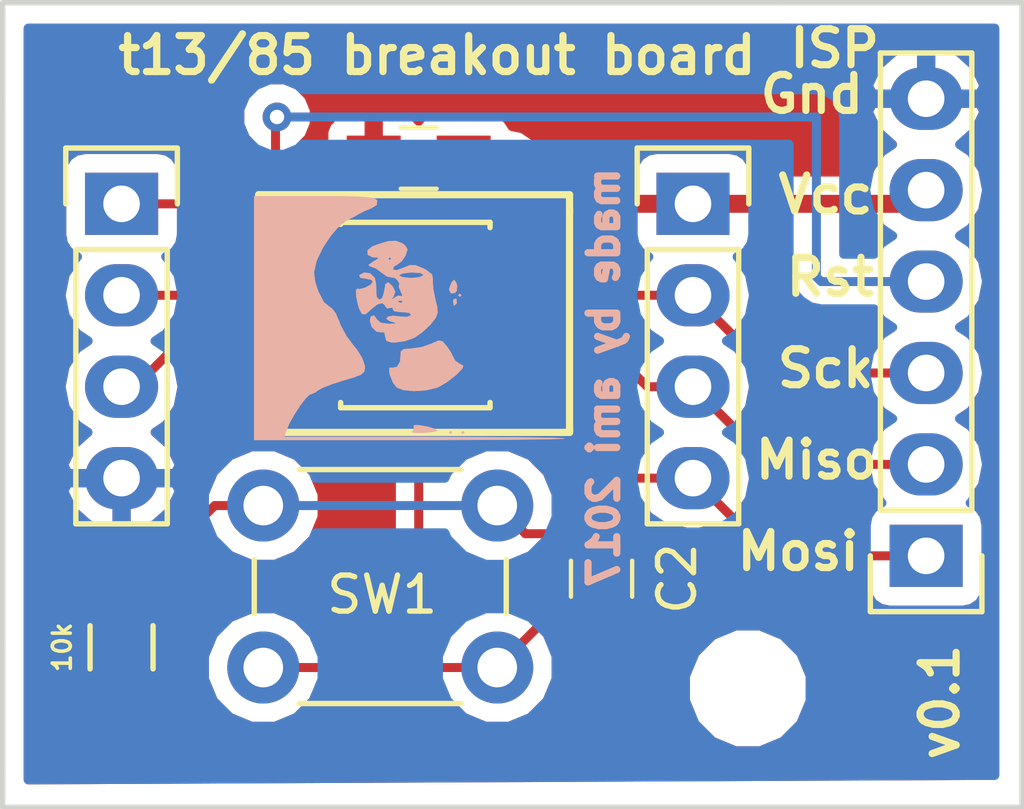
<source format=kicad_pcb>
(kicad_pcb (version 20170123) (host pcbnew no-vcs-found-7545~57~ubuntu16.04.1)

  (general
    (links 23)
    (no_connects 0)
    (area 119.558999 83.490999 148.030001 105.993001)
    (thickness 1.6)
    (drawings 27)
    (tracks 55)
    (zones 0)
    (modules 10)
    (nets 10)
  )

  (page A4)
  (title_block
    (title "attiny13a breakout board")
    (date 2017-01-29)
    (rev 0.1)
    (company "Amitesh Singh")
  )

  (layers
    (0 F.Cu signal)
    (31 B.Cu signal)
    (32 B.Adhes user)
    (33 F.Adhes user)
    (34 B.Paste user)
    (35 F.Paste user)
    (36 B.SilkS user)
    (37 F.SilkS user)
    (38 B.Mask user)
    (39 F.Mask user)
    (40 Dwgs.User user)
    (41 Cmts.User user)
    (42 Eco1.User user)
    (43 Eco2.User user)
    (44 Edge.Cuts user)
    (45 Margin user)
    (46 B.CrtYd user)
    (47 F.CrtYd user)
    (48 B.Fab user)
    (49 F.Fab user)
  )

  (setup
    (last_trace_width 0.25)
    (trace_clearance 0.2)
    (zone_clearance 0.508)
    (zone_45_only no)
    (trace_min 0.2)
    (segment_width 0.2)
    (edge_width 0.15)
    (via_size 0.8)
    (via_drill 0.4)
    (via_min_size 0.4)
    (via_min_drill 0.3)
    (uvia_size 0.3)
    (uvia_drill 0.1)
    (uvias_allowed no)
    (uvia_min_size 0.2)
    (uvia_min_drill 0.1)
    (pcb_text_width 0.3)
    (pcb_text_size 1.5 1.5)
    (mod_edge_width 0.15)
    (mod_text_size 1 1)
    (mod_text_width 0.15)
    (pad_size 2.2 2.2)
    (pad_drill 2.2)
    (pad_to_mask_clearance 0.2)
    (aux_axis_origin 0 0)
    (visible_elements 7FFFFFFF)
    (pcbplotparams
      (layerselection 0x010f0_ffffffff)
      (usegerberextensions true)
      (excludeedgelayer true)
      (linewidth 0.100000)
      (plotframeref false)
      (viasonmask false)
      (mode 1)
      (useauxorigin false)
      (hpglpennumber 1)
      (hpglpenspeed 20)
      (hpglpendiameter 15)
      (psnegative false)
      (psa4output false)
      (plotreference true)
      (plotvalue true)
      (plotinvisibletext false)
      (padsonsilk false)
      (subtractmaskfromsilk false)
      (outputformat 1)
      (mirror false)
      (drillshape 0)
      (scaleselection 1)
      (outputdirectory gerber/))
  )

  (net 0 "")
  (net 1 GND)
  (net 2 VCC)
  (net 3 /pb0)
  (net 4 /pb1)
  (net 5 /pb2)
  (net 6 /rst)
  (net 7 /pb3)
  (net 8 /pb4)
  (net 9 "Net-(C2-Pad1)")

  (net_class Default "This is the default net class."
    (clearance 0.2)
    (trace_width 0.25)
    (via_dia 0.8)
    (via_drill 0.4)
    (uvia_dia 0.3)
    (uvia_drill 0.1)
    (add_net /pb0)
    (add_net /pb1)
    (add_net /pb2)
    (add_net /pb3)
    (add_net /pb4)
    (add_net /rst)
    (add_net "Net-(C2-Pad1)")
  )

  (net_class power ""
    (clearance 0.4)
    (trace_width 0.5)
    (via_dia 0.8)
    (via_drill 0.4)
    (uvia_dia 0.3)
    (uvia_drill 0.1)
    (add_net GND)
    (add_net VCC)
  )

  (module Buttons_Switches_ThroughHole:SW_PUSH_6mm (layer F.Cu) (tedit 588E276E) (tstamp 588DE36F)
    (at 126.873 97.536)
    (descr https://www.omron.com/ecb/products/pdf/en-b3f.pdf)
    (tags "tact sw push 6mm")
    (path /588DE1C6)
    (fp_text reference SW1 (at 3.302 2.4765) (layer F.SilkS)
      (effects (font (size 1 1) (thickness 0.15)))
    )
    (fp_text value SWITCH (at 3.75 6.7) (layer F.Fab)
      (effects (font (size 1 1) (thickness 0.15)))
    )
    (fp_line (start 3.25 -0.75) (end 6.25 -0.75) (layer F.Fab) (width 0.1))
    (fp_line (start 6.25 -0.75) (end 6.25 5.25) (layer F.Fab) (width 0.1))
    (fp_line (start 6.25 5.25) (end 0.25 5.25) (layer F.Fab) (width 0.1))
    (fp_line (start 0.25 5.25) (end 0.25 -0.75) (layer F.Fab) (width 0.1))
    (fp_line (start 0.25 -0.75) (end 3.25 -0.75) (layer F.Fab) (width 0.1))
    (fp_line (start 7.75 6) (end 8 6) (layer F.CrtYd) (width 0.05))
    (fp_line (start 8 6) (end 8 5.75) (layer F.CrtYd) (width 0.05))
    (fp_line (start 7.75 -1.5) (end 8 -1.5) (layer F.CrtYd) (width 0.05))
    (fp_line (start 8 -1.5) (end 8 -1.25) (layer F.CrtYd) (width 0.05))
    (fp_line (start -1.5 -1.25) (end -1.5 -1.5) (layer F.CrtYd) (width 0.05))
    (fp_line (start -1.5 -1.5) (end -1.25 -1.5) (layer F.CrtYd) (width 0.05))
    (fp_line (start -1.5 5.75) (end -1.5 6) (layer F.CrtYd) (width 0.05))
    (fp_line (start -1.5 6) (end -1.25 6) (layer F.CrtYd) (width 0.05))
    (fp_line (start -1.25 -1.5) (end 7.75 -1.5) (layer F.CrtYd) (width 0.05))
    (fp_line (start -1.5 5.75) (end -1.5 -1.25) (layer F.CrtYd) (width 0.05))
    (fp_line (start 7.75 6) (end -1.25 6) (layer F.CrtYd) (width 0.05))
    (fp_line (start 8 -1.25) (end 8 5.75) (layer F.CrtYd) (width 0.05))
    (fp_line (start 1 5.5) (end 5.5 5.5) (layer F.SilkS) (width 0.15))
    (fp_line (start -0.25 1.5) (end -0.25 3) (layer F.SilkS) (width 0.15))
    (fp_line (start 5.5 -1) (end 1 -1) (layer F.SilkS) (width 0.15))
    (fp_line (start 6.75 3) (end 6.75 1.5) (layer F.SilkS) (width 0.15))
    (fp_circle (center 3.25 2.25) (end 1.25 2.5) (layer F.Fab) (width 0.1))
    (pad 2 thru_hole circle (at 0 4.5 90) (size 2 2) (drill 1.1) (layers *.Cu *.Mask)
      (net 6 /rst))
    (pad 1 thru_hole circle (at 0 0 90) (size 2 2) (drill 1.1) (layers *.Cu *.Mask)
      (net 9 "Net-(C2-Pad1)"))
    (pad 2 thru_hole circle (at 6.5 4.5 90) (size 2 2) (drill 1.1) (layers *.Cu *.Mask)
      (net 6 /rst))
    (pad 1 thru_hole circle (at 6.5 0 90) (size 2 2) (drill 1.1) (layers *.Cu *.Mask)
      (net 9 "Net-(C2-Pad1)"))
    (model Buttons_Switches_ThroughHole.3dshapes/SW_PUSH_6mm.wrl
      (at (xyz 0.005 0 0))
      (scale (xyz 0.3937 0.3937 0.3937))
      (rotate (xyz 0 0 0))
    )
  )

  (module Housings_SOIC:SOIC-8_3.9x4.9mm_Pitch1.27mm (layer F.Cu) (tedit 588DE56C) (tstamp 588CFC84)
    (at 131.098143 92.2435)
    (descr "8-Lead Plastic Small Outline (SN) - Narrow, 3.90 mm Body [SOIC] (see Microchip Packaging Specification 00000049BS.pdf)")
    (tags "SOIC 1.27")
    (path /588CF45A)
    (attr smd)
    (fp_text reference U1 (at 0 -3.5) (layer F.SilkS)
      (effects (font (size 1 1) (thickness 0.15)) hide)
    )
    (fp_text value ATTINY13A-SSU (at -3.844143 0.0855 90) (layer F.SilkS)
      (effects (font (size 0.5 0.5) (thickness 0.1) italic))
    )
    (fp_line (start -2.075 -2.525) (end -3.475 -2.525) (layer F.SilkS) (width 0.15))
    (fp_line (start -2.075 2.575) (end 2.075 2.575) (layer F.SilkS) (width 0.15))
    (fp_line (start -2.075 -2.575) (end 2.075 -2.575) (layer F.SilkS) (width 0.15))
    (fp_line (start -2.075 2.575) (end -2.075 2.43) (layer F.SilkS) (width 0.15))
    (fp_line (start 2.075 2.575) (end 2.075 2.43) (layer F.SilkS) (width 0.15))
    (fp_line (start 2.075 -2.575) (end 2.075 -2.43) (layer F.SilkS) (width 0.15))
    (fp_line (start -2.075 -2.575) (end -2.075 -2.525) (layer F.SilkS) (width 0.15))
    (fp_line (start -3.75 2.75) (end 3.75 2.75) (layer F.CrtYd) (width 0.05))
    (fp_line (start -3.75 -2.75) (end 3.75 -2.75) (layer F.CrtYd) (width 0.05))
    (fp_line (start 3.75 -2.75) (end 3.75 2.75) (layer F.CrtYd) (width 0.05))
    (fp_line (start -3.75 -2.75) (end -3.75 2.75) (layer F.CrtYd) (width 0.05))
    (fp_line (start -1.95 -1.45) (end -0.95 -2.45) (layer F.Fab) (width 0.15))
    (fp_line (start -1.95 2.45) (end -1.95 -1.45) (layer F.Fab) (width 0.15))
    (fp_line (start 1.95 2.45) (end -1.95 2.45) (layer F.Fab) (width 0.15))
    (fp_line (start 1.95 -2.45) (end 1.95 2.45) (layer F.Fab) (width 0.15))
    (fp_line (start -0.95 -2.45) (end 1.95 -2.45) (layer F.Fab) (width 0.15))
    (pad 8 smd rect (at 2.7 -1.905) (size 1.55 0.6) (layers F.Cu F.Paste F.Mask)
      (net 2 VCC))
    (pad 7 smd rect (at 2.7 -0.635) (size 1.55 0.6) (layers F.Cu F.Paste F.Mask)
      (net 5 /pb2))
    (pad 6 smd rect (at 2.7 0.635) (size 1.55 0.6) (layers F.Cu F.Paste F.Mask)
      (net 4 /pb1))
    (pad 5 smd rect (at 2.7 1.905) (size 1.55 0.6) (layers F.Cu F.Paste F.Mask)
      (net 3 /pb0))
    (pad 4 smd rect (at -2.7 1.905) (size 1.55 0.6) (layers F.Cu F.Paste F.Mask)
      (net 1 GND))
    (pad 3 smd rect (at -2.7 0.635) (size 1.55 0.6) (layers F.Cu F.Paste F.Mask)
      (net 8 /pb4))
    (pad 2 smd rect (at -2.7 -0.635) (size 1.55 0.6) (layers F.Cu F.Paste F.Mask)
      (net 7 /pb3))
    (pad 1 smd rect (at -2.7 -1.905) (size 1.55 0.6) (layers F.Cu F.Paste F.Mask)
      (net 6 /rst))
    (model Housings_SOIC.3dshapes/SOIC-8_3.9x4.9mm_Pitch1.27mm.wrl
      (at (xyz 0 0 0))
      (scale (xyz 1 1 1))
      (rotate (xyz 0 0 0))
    )
  )

  (module Capacitors_SMD:C_0805_HandSoldering (layer F.Cu) (tedit 588D0812) (tstamp 588CFC5E)
    (at 131.191 87.884 180)
    (descr "Capacitor SMD 0805, hand soldering")
    (tags "capacitor 0805")
    (path /588CF848)
    (attr smd)
    (fp_text reference C1 (at -3.556 0 180) (layer F.SilkS)
      (effects (font (size 1 1) (thickness 0.15)) hide)
    )
    (fp_text value C (at 0 2.1 180) (layer F.Fab)
      (effects (font (size 1 1) (thickness 0.15)) hide)
    )
    (fp_line (start -0.5 0.85) (end 0.5 0.85) (layer F.SilkS) (width 0.12))
    (fp_line (start 0.5 -0.85) (end -0.5 -0.85) (layer F.SilkS) (width 0.12))
    (fp_line (start 2.3 -1) (end 2.3 1) (layer F.CrtYd) (width 0.05))
    (fp_line (start -2.3 -1) (end -2.3 1) (layer F.CrtYd) (width 0.05))
    (fp_line (start -2.3 1) (end 2.3 1) (layer F.CrtYd) (width 0.05))
    (fp_line (start -2.3 -1) (end 2.3 -1) (layer F.CrtYd) (width 0.05))
    (fp_line (start -1 -0.625) (end 1 -0.625) (layer F.Fab) (width 0.1))
    (fp_line (start 1 -0.625) (end 1 0.625) (layer F.Fab) (width 0.1))
    (fp_line (start 1 0.625) (end -1 0.625) (layer F.Fab) (width 0.1))
    (fp_line (start -1 0.625) (end -1 -0.625) (layer F.Fab) (width 0.1))
    (pad 2 smd rect (at 1.25 0 180) (size 1.5 1.25) (layers F.Cu F.Paste F.Mask)
      (net 1 GND))
    (pad 1 smd rect (at -1.25 0 180) (size 1.5 1.25) (layers F.Cu F.Paste F.Mask)
      (net 2 VCC))
    (model Capacitors_SMD.3dshapes/C_0805_HandSoldering.wrl
      (at (xyz 0 0 0))
      (scale (xyz 1 1 1))
      (rotate (xyz 0 0 0))
    )
  )

  (module Socket_Strips:Socket_Strip_Straight_1x04 (layer F.Cu) (tedit 588E2C13) (tstamp 588CFC66)
    (at 138.811 89.154 270)
    (descr "Through hole socket strip")
    (tags "socket strip")
    (path /588CF4EE)
    (fp_text reference P1 (at -4.572 -6.604 180) (layer F.SilkS)
      (effects (font (size 1 1) (thickness 0.15)) hide)
    )
    (fp_text value CONN_01X04 (at -1.905 2.413) (layer F.Fab)
      (effects (font (size 1 1) (thickness 0.15)) hide)
    )
    (fp_line (start -1.55 -1.55) (end -1.55 1.55) (layer F.SilkS) (width 0.15))
    (fp_line (start 0 -1.55) (end -1.55 -1.55) (layer F.SilkS) (width 0.15))
    (fp_line (start 1.27 1.27) (end 1.27 -1.27) (layer F.SilkS) (width 0.15))
    (fp_line (start 8.89 -1.27) (end 8.89 1.27) (layer F.SilkS) (width 0.15))
    (fp_line (start -1.55 1.55) (end 0 1.55) (layer F.SilkS) (width 0.15))
    (fp_line (start 1.27 1.27) (end 8.89 1.27) (layer F.SilkS) (width 0.15))
    (fp_line (start 1.27 -1.27) (end 8.89 -1.27) (layer F.SilkS) (width 0.15))
    (fp_line (start -1.75 1.75) (end 9.4 1.75) (layer F.CrtYd) (width 0.05))
    (fp_line (start -1.75 -1.75) (end 9.4 -1.75) (layer F.CrtYd) (width 0.05))
    (fp_line (start 9.4 -1.75) (end 9.4 1.75) (layer F.CrtYd) (width 0.05))
    (fp_line (start -1.75 -1.75) (end -1.75 1.75) (layer F.CrtYd) (width 0.05))
    (pad 4 thru_hole oval (at 7.62 0 270) (size 1.7272 2.032) (drill 1.016) (layers *.Cu *.Mask)
      (net 3 /pb0))
    (pad 3 thru_hole oval (at 5.08 0 270) (size 1.7272 2.032) (drill 1.016) (layers *.Cu *.Mask)
      (net 4 /pb1))
    (pad 2 thru_hole oval (at 2.54 0 270) (size 1.7272 2.032) (drill 1.016) (layers *.Cu *.Mask)
      (net 5 /pb2))
    (pad 1 thru_hole rect (at 0 0 270) (size 1.7272 2.032) (drill 1.016) (layers *.Cu *.Mask)
      (net 2 VCC))
    (model Socket_Strips.3dshapes/Socket_Strip_Straight_1x04.wrl
      (at (xyz 0.15 0 0))
      (scale (xyz 1 1 1))
      (rotate (xyz 0 0 180))
    )
  )

  (module Socket_Strips:Socket_Strip_Straight_1x04 (layer F.Cu) (tedit 588D07F3) (tstamp 588CFC6E)
    (at 122.936 89.154 270)
    (descr "Through hole socket strip")
    (tags "socket strip")
    (path /588CF56F)
    (fp_text reference P2 (at 0 -5.1 270) (layer F.SilkS)
      (effects (font (size 1 1) (thickness 0.15)) hide)
    )
    (fp_text value CONN_01X04 (at -3.048 -2.667) (layer F.Fab)
      (effects (font (size 1 1) (thickness 0.15)) hide)
    )
    (fp_line (start -1.75 -1.75) (end -1.75 1.75) (layer F.CrtYd) (width 0.05))
    (fp_line (start 9.4 -1.75) (end 9.4 1.75) (layer F.CrtYd) (width 0.05))
    (fp_line (start -1.75 -1.75) (end 9.4 -1.75) (layer F.CrtYd) (width 0.05))
    (fp_line (start -1.75 1.75) (end 9.4 1.75) (layer F.CrtYd) (width 0.05))
    (fp_line (start 1.27 -1.27) (end 8.89 -1.27) (layer F.SilkS) (width 0.15))
    (fp_line (start 1.27 1.27) (end 8.89 1.27) (layer F.SilkS) (width 0.15))
    (fp_line (start -1.55 1.55) (end 0 1.55) (layer F.SilkS) (width 0.15))
    (fp_line (start 8.89 -1.27) (end 8.89 1.27) (layer F.SilkS) (width 0.15))
    (fp_line (start 1.27 1.27) (end 1.27 -1.27) (layer F.SilkS) (width 0.15))
    (fp_line (start 0 -1.55) (end -1.55 -1.55) (layer F.SilkS) (width 0.15))
    (fp_line (start -1.55 -1.55) (end -1.55 1.55) (layer F.SilkS) (width 0.15))
    (pad 1 thru_hole rect (at 0 0 270) (size 1.7272 2.032) (drill 1.016) (layers *.Cu *.Mask)
      (net 6 /rst))
    (pad 2 thru_hole oval (at 2.54 0 270) (size 1.7272 2.032) (drill 1.016) (layers *.Cu *.Mask)
      (net 7 /pb3))
    (pad 3 thru_hole oval (at 5.08 0 270) (size 1.7272 2.032) (drill 1.016) (layers *.Cu *.Mask)
      (net 8 /pb4))
    (pad 4 thru_hole oval (at 7.62 0 270) (size 1.7272 2.032) (drill 1.016) (layers *.Cu *.Mask)
      (net 1 GND))
    (model Socket_Strips.3dshapes/Socket_Strip_Straight_1x04.wrl
      (at (xyz 0.15 0 0))
      (scale (xyz 1 1 1))
      (rotate (xyz 0 0 180))
    )
  )

  (module Socket_Strips:Socket_Strip_Straight_1x06 (layer F.Cu) (tedit 588E326E) (tstamp 588CFC78)
    (at 145.288 98.933 90)
    (descr "Through hole socket strip")
    (tags "socket strip")
    (path /588D05F2)
    (fp_text reference P3 (at 0 -6.604 180) (layer F.SilkS)
      (effects (font (size 1 1) (thickness 0.15)) hide)
    )
    (fp_text value CONN_01X06 (at 4.445 2.032 90) (layer F.Fab)
      (effects (font (size 1 1) (thickness 0.15)) hide)
    )
    (fp_line (start -1.55 -1.55) (end -1.55 1.55) (layer F.SilkS) (width 0.15))
    (fp_line (start 0 -1.55) (end -1.55 -1.55) (layer F.SilkS) (width 0.15))
    (fp_line (start 1.27 1.27) (end 1.27 -1.27) (layer F.SilkS) (width 0.15))
    (fp_line (start -1.55 1.55) (end 0 1.55) (layer F.SilkS) (width 0.15))
    (fp_line (start 13.97 -1.27) (end 1.27 -1.27) (layer F.SilkS) (width 0.15))
    (fp_line (start 13.97 1.27) (end 13.97 -1.27) (layer F.SilkS) (width 0.15))
    (fp_line (start 1.27 1.27) (end 13.97 1.27) (layer F.SilkS) (width 0.15))
    (fp_line (start -1.75 1.75) (end 14.45 1.75) (layer F.CrtYd) (width 0.05))
    (fp_line (start -1.75 -1.75) (end 14.45 -1.75) (layer F.CrtYd) (width 0.05))
    (fp_line (start 14.45 -1.75) (end 14.45 1.75) (layer F.CrtYd) (width 0.05))
    (fp_line (start -1.75 -1.75) (end -1.75 1.75) (layer F.CrtYd) (width 0.05))
    (pad 6 thru_hole oval (at 12.7 0 90) (size 1.7272 2.032) (drill 1.016) (layers *.Cu *.Mask)
      (net 1 GND))
    (pad 5 thru_hole oval (at 10.16 0 90) (size 1.7272 2.032) (drill 1.016) (layers *.Cu *.Mask)
      (net 2 VCC))
    (pad 4 thru_hole oval (at 7.62 0 90) (size 1.7272 2.032) (drill 1.016) (layers *.Cu *.Mask)
      (net 6 /rst))
    (pad 3 thru_hole oval (at 5.08 0 90) (size 1.7272 2.032) (drill 1.016) (layers *.Cu *.Mask)
      (net 5 /pb2))
    (pad 2 thru_hole oval (at 2.54 0 90) (size 1.7272 2.032) (drill 1.016) (layers *.Cu *.Mask)
      (net 4 /pb1))
    (pad 1 thru_hole rect (at 0 0 90) (size 1.7272 2.032) (drill 1.016) (layers *.Cu *.Mask)
      (net 3 /pb0))
    (model Socket_Strips.3dshapes/Socket_Strip_Straight_1x06.wrl
      (at (xyz 0.25 0 0))
      (scale (xyz 1 1 1))
      (rotate (xyz 0 0 180))
    )
  )

  (module led2layer:superme (layer B.Cu) (tedit 588E2322) (tstamp 588D0248)
    (at 130.937 92.329 180)
    (fp_text reference G*** (at 0 0 180) (layer B.SilkS)
      (effects (font (thickness 0.3)) (justify mirror) hide)
    )
    (fp_text value "made by ami 2017" (at -5.3975 -1.651 270) (layer B.SilkS)
      (effects (font (size 0.8 0.8) (thickness 0.2)) (justify mirror))
    )
    (fp_poly (pts (xy -1.174848 1.001932) (xy -1.108553 0.835263) (xy -1.101964 0.783166) (xy -1.154454 0.687075)
      (xy -1.261268 0.703585) (xy -1.307612 0.754359) (xy -1.321651 0.891512) (xy -1.300826 0.973125)
      (xy -1.241858 1.063868) (xy -1.174848 1.001932)) (layer B.SilkS) (width 0.01))
    (fp_poly (pts (xy -1.354667 0.635) (xy -1.397 0.592666) (xy -1.439334 0.635) (xy -1.397 0.677333)
      (xy -1.354667 0.635)) (layer B.SilkS) (width 0.01))
    (fp_poly (pts (xy -1.222468 0.515682) (xy -1.213556 0.461942) (xy -1.232025 0.346905) (xy -1.293325 0.393625)
      (xy -1.308718 0.417483) (xy -1.304455 0.524221) (xy -1.285493 0.540758) (xy -1.222468 0.515682)) (layer B.SilkS) (width 0.01))
    (fp_poly (pts (xy 0.599715 2.134372) (xy 0.911081 2.038929) (xy 1.037166 1.989426) (xy 1.167461 1.881387)
      (xy 1.162036 1.761872) (xy 1.029634 1.692658) (xy 0.994833 1.690333) (xy 0.868566 1.682959)
      (xy 0.880286 1.647657) (xy 1.016 1.566333) (xy 1.137143 1.47808) (xy 1.103782 1.442679)
      (xy 1.095464 1.442333) (xy 0.94105 1.385676) (xy 0.776868 1.26568) (xy 0.623349 1.156396)
      (xy 0.516497 1.137748) (xy 0.409623 1.120328) (xy 0.337892 1.057401) (xy 0.276273 0.955299)
      (xy 0.288945 0.931333) (xy 0.297454 0.868359) (xy 0.24551 0.740833) (xy 0.194676 0.622351)
      (xy 0.213574 0.613099) (xy 0.325194 0.619887) (xy 0.415543 0.570765) (xy 0.505205 0.50776)
      (xy 0.476141 0.560746) (xy 0.4515 0.592907) (xy 0.398848 0.731912) (xy 0.471792 0.883059)
      (xy 0.591547 0.994178) (xy 0.669689 0.941895) (xy 0.707091 0.725624) (xy 0.707114 0.725223)
      (xy 0.75408 0.563375) (xy 0.831881 0.50806) (xy 0.913935 0.581838) (xy 0.925563 0.740833)
      (xy 0.934117 0.971933) (xy 0.970574 1.121833) (xy 1.09131 1.239379) (xy 1.260868 1.266013)
      (xy 1.394579 1.189125) (xy 1.397 1.185333) (xy 1.367024 1.122551) (xy 1.232663 1.100666)
      (xy 1.071188 1.071386) (xy 1.016 1.013272) (xy 1.085663 0.923804) (xy 1.239987 0.84161)
      (xy 1.396976 0.803943) (xy 1.45309 0.814692) (xy 1.487392 0.774007) (xy 1.481946 0.620595)
      (xy 1.441314 0.40516) (xy 1.404521 0.275166) (xy 1.325172 0.117043) (xy 1.219304 0.110291)
      (xy 1.059049 0.253209) (xy 1.058333 0.254) (xy 0.896313 0.383263) (xy 0.75405 0.420317)
      (xy 0.679782 0.355588) (xy 0.677333 0.329608) (xy 0.615403 0.273913) (xy 0.545935 0.286305)
      (xy 0.458536 0.292222) (xy 0.466266 0.25303) (xy 0.429348 0.196794) (xy 0.25794 0.170137)
      (xy 0.211666 0.169333) (xy 0.009146 0.148731) (xy -0.044548 0.090596) (xy -0.03927 0.07971)
      (xy 0.077479 0.030202) (xy 0.259994 0.04365) (xy 0.461311 0.06376) (xy 0.600186 0.038595)
      (xy 0.644412 -0.013937) (xy 0.561786 -0.075929) (xy 0.507146 -0.093778) (xy 0.381749 -0.13362)
      (xy 0.403153 -0.152254) (xy 0.574157 -0.160894) (xy 0.804189 -0.128672) (xy 0.900715 -0.042334)
      (xy 0.991026 0.075065) (xy 1.075142 0.043102) (xy 1.100666 -0.0743) (xy 1.047241 -0.246943)
      (xy 0.924174 -0.370553) (xy 0.787281 -0.393643) (xy 0.765708 -0.383292) (xy 0.695404 -0.40585)
      (xy 0.677333 -0.503003) (xy 0.643188 -0.626095) (xy 0.510212 -0.672918) (xy 0.402166 -0.676812)
      (xy 0.121918 -0.635573) (xy -0.127 -0.546757) (xy -0.353951 -0.391646) (xy -0.576503 -0.181687)
      (xy -0.602339 -0.151756) (xy -0.731681 0.017739) (xy -0.780609 0.157721) (xy -0.761236 0.340022)
      (xy -0.726476 0.479778) (xy 0.197555 0.479778) (xy 0.209177 0.429443) (xy 0.254 0.423333)
      (xy 0.32369 0.454311) (xy 0.310444 0.479778) (xy 0.209964 0.489911) (xy 0.197555 0.479778)
      (xy -0.726476 0.479778) (xy -0.715968 0.522022) (xy -0.660159 0.792024) (xy -0.640938 1.01317)
      (xy -0.64793 1.082036) (xy -0.62543 1.204114) (xy -0.386331 1.204114) (xy -0.381486 1.186119)
      (xy -0.270983 1.135403) (xy -0.061435 1.114251) (xy 0.001014 1.115195) (xy 0.198078 1.138974)
      (xy 0.289154 1.182671) (xy 0.287839 1.199076) (xy 0.182833 1.244031) (xy -0.02455 1.268502)
      (xy -0.094661 1.27) (xy -0.305222 1.252056) (xy -0.386331 1.204114) (xy -0.62543 1.204114)
      (xy -0.623635 1.21385) (xy -0.460956 1.339383) (xy -0.382569 1.379201) (xy -0.167508 1.467551)
      (xy -0.013347 1.473249) (xy 0.165174 1.399149) (xy 0.168093 1.397641) (xy 0.35354 1.329977)
      (xy 0.459959 1.345811) (xy 0.462091 1.348881) (xy 0.436878 1.434438) (xy 0.361062 1.475443)
      (xy 0.215341 1.584564) (xy 0.170875 1.651) (xy 0.508 1.651) (xy 0.550333 1.608666)
      (xy 0.592666 1.651) (xy 0.550333 1.693333) (xy 0.508 1.651) (xy 0.170875 1.651)
      (xy 0.112621 1.738035) (xy 0.059154 1.907252) (xy 0.121908 2.017901) (xy 0.201843 2.075683)
      (xy 0.377058 2.145203) (xy 0.599715 2.134372)) (layer B.SilkS) (width 0.01))
    (fp_poly (pts (xy -0.638427 -0.696059) (xy -0.610657 -0.710364) (xy -0.333584 -0.806884) (xy -0.041216 -0.846667)
      (xy 0.165659 -0.864221) (xy 0.244082 -0.930096) (xy 0.246309 -0.994834) (xy 0.262332 -1.209076)
      (xy 0.348042 -1.354723) (xy 0.473778 -1.382126) (xy 0.476974 -1.380945) (xy 0.557863 -1.379531)
      (xy 0.562261 -1.490911) (xy 0.544479 -1.576791) (xy 0.458654 -1.791871) (xy 0.354662 -1.926167)
      (xy 0.162109 -1.999354) (xy -0.12816 -2.025034) (xy -0.45155 -2.003951) (xy -0.743462 -1.936849)
      (xy -0.804334 -1.912802) (xy -1.037774 -1.776617) (xy -1.27972 -1.589056) (xy -1.312334 -1.559029)
      (xy -1.462258 -1.403416) (xy -1.492103 -1.322867) (xy -1.422145 -1.288472) (xy -1.272339 -1.190234)
      (xy -1.230246 -1.116392) (xy -1.144008 -0.944686) (xy -1.028387 -0.773864) (xy -0.914312 -0.645319)
      (xy -0.808973 -0.623131) (xy -0.638427 -0.696059)) (layer B.SilkS) (width 0.01))
    (fp_poly (pts (xy -0.123116 -2.973568) (xy -0.112531 -3.02262) (xy -0.122531 -3.040769) (xy -0.10438 -3.132843)
      (xy -0.064028 -3.156069) (xy -0.075412 -3.175931) (xy -0.220909 -3.185308) (xy -0.359317 -3.184467)
      (xy -0.59383 -3.168927) (xy -0.738789 -3.140046) (xy -0.761484 -3.122084) (xy -0.688705 -3.071024)
      (xy -0.511422 -3.019125) (xy -0.497417 -3.01625) (xy -0.242246 -2.972044) (xy -0.123116 -2.973568)) (layer B.SilkS) (width 0.01))
    (fp_poly (pts (xy -1.100667 -3.175) (xy -1.143 -3.217334) (xy -1.185334 -3.175) (xy -1.143 -3.132667)
      (xy -1.100667 -3.175)) (layer B.SilkS) (width 0.01))
    (fp_poly (pts (xy -1.439334 -3.175) (xy -1.481667 -3.217334) (xy -1.524 -3.175) (xy -1.481667 -3.132667)
      (xy -1.439334 -3.175)) (layer B.SilkS) (width 0.01))
    (fp_poly (pts (xy 4.318 -3.386667) (xy -0.014112 -3.386667) (xy -0.85098 -3.385848) (xy -1.632976 -3.383496)
      (xy -2.344464 -3.37977) (xy -2.969807 -3.374827) (xy -3.493371 -3.368825) (xy -3.899518 -3.361923)
      (xy -4.172613 -3.354279) (xy -4.297021 -3.34605) (xy -4.302872 -3.343316) (xy -4.211925 -3.334447)
      (xy -3.968661 -3.326199) (xy -3.590095 -3.318758) (xy -3.093242 -3.312313) (xy -2.495118 -3.307049)
      (xy -1.812737 -3.303156) (xy -1.063115 -3.30082) (xy -0.388637 -3.300199) (xy 3.482246 -3.300432)
      (xy 3.426447 -3.124624) (xy 3.33836 -2.921254) (xy 3.19991 -2.674949) (xy 3.040775 -2.430322)
      (xy 2.890634 -2.231989) (xy 2.779164 -2.124563) (xy 2.755944 -2.116667) (xy 2.615922 -2.062118)
      (xy 2.553992 -2.012126) (xy 2.424906 -1.938697) (xy 2.181789 -1.842314) (xy 1.874531 -1.742508)
      (xy 1.838558 -1.732044) (xy 1.527171 -1.638355) (xy 1.346147 -1.564754) (xy 1.262095 -1.488226)
      (xy 1.241621 -1.385758) (xy 1.244432 -1.322552) (xy 1.311817 -1.119249) (xy 1.464825 -0.873366)
      (xy 1.556956 -0.76123) (xy 1.75631 -0.493924) (xy 1.914345 -0.201321) (xy 1.955278 -0.091535)
      (xy 2.051101 0.132736) (xy 2.165889 0.277111) (xy 2.200698 0.296132) (xy 2.379044 0.439029)
      (xy 2.538287 0.746089) (xy 2.622211 1.002439) (xy 2.656289 1.272941) (xy 2.5907 1.566551)
      (xy 2.564276 1.637439) (xy 2.402392 1.96713) (xy 2.189727 2.287811) (xy 1.962933 2.551272)
      (xy 1.758662 2.709306) (xy 1.744278 2.716) (xy 1.540879 2.817728) (xy 1.439333 2.878515)
      (xy 1.264743 2.970376) (xy 1.081117 3.04534) (xy 0.91349 3.145121) (xy 0.899675 3.256956)
      (xy 0.938361 3.301971) (xy 1.029329 3.335469) (xy 1.194012 3.359052) (xy 1.453843 3.374324)
      (xy 1.830254 3.382888) (xy 2.344679 3.386348) (xy 2.633725 3.386666) (xy 4.318 3.386666)
      (xy 4.318 -3.386667)) (layer B.SilkS) (width 0.01))
  )

  (module Resistors_SMD:R_0805_HandSoldering (layer F.Cu) (tedit 588E1134) (tstamp 588DE367)
    (at 122.936 101.473 90)
    (descr "Resistor SMD 0805, hand soldering")
    (tags "resistor 0805")
    (path /588DE3F1)
    (attr smd)
    (fp_text reference R1 (at 2.794 0 180) (layer F.SilkS)
      (effects (font (size 1 1) (thickness 0.15)) hide)
    )
    (fp_text value 10k (at 0 -1.651 90) (layer F.SilkS)
      (effects (font (size 0.5 0.5) (thickness 0.1)))
    )
    (fp_line (start -0.6 -0.875) (end 0.6 -0.875) (layer F.SilkS) (width 0.15))
    (fp_line (start 0.6 0.875) (end -0.6 0.875) (layer F.SilkS) (width 0.15))
    (fp_line (start 2.4 -1) (end 2.4 1) (layer F.CrtYd) (width 0.05))
    (fp_line (start -2.4 -1) (end -2.4 1) (layer F.CrtYd) (width 0.05))
    (fp_line (start -2.4 1) (end 2.4 1) (layer F.CrtYd) (width 0.05))
    (fp_line (start -2.4 -1) (end 2.4 -1) (layer F.CrtYd) (width 0.05))
    (fp_line (start -1 -0.625) (end 1 -0.625) (layer F.Fab) (width 0.1))
    (fp_line (start 1 -0.625) (end 1 0.625) (layer F.Fab) (width 0.1))
    (fp_line (start 1 0.625) (end -1 0.625) (layer F.Fab) (width 0.1))
    (fp_line (start -1 0.625) (end -1 -0.625) (layer F.Fab) (width 0.1))
    (pad 2 smd rect (at 1.35 0 90) (size 1.5 1.3) (layers F.Cu F.Paste F.Mask)
      (net 9 "Net-(C2-Pad1)"))
    (pad 1 smd rect (at -1.35 0 90) (size 1.5 1.3) (layers F.Cu F.Paste F.Mask)
      (net 1 GND))
    (model Resistors_SMD.3dshapes/R_0805_HandSoldering.wrl
      (at (xyz 0 0 0))
      (scale (xyz 1 1 1))
      (rotate (xyz 0 0 0))
    )
  )

  (module Capacitors_SMD:C_0805_HandSoldering (layer F.Cu) (tedit 588E32A3) (tstamp 588E0200)
    (at 136.271 99.568 270)
    (descr "Capacitor SMD 0805, hand soldering")
    (tags "capacitor 0805")
    (path /588E01B6)
    (attr smd)
    (fp_text reference C2 (at 0 -2.1 270) (layer F.SilkS)
      (effects (font (size 1 1) (thickness 0.15)))
    )
    (fp_text value C (at 0 2.1 270) (layer F.Fab)
      (effects (font (size 1 1) (thickness 0.15)) hide)
    )
    (fp_line (start -0.5 0.85) (end 0.5 0.85) (layer F.SilkS) (width 0.12))
    (fp_line (start 0.5 -0.85) (end -0.5 -0.85) (layer F.SilkS) (width 0.12))
    (fp_line (start 2.3 -1) (end 2.3 1) (layer F.CrtYd) (width 0.05))
    (fp_line (start -2.3 -1) (end -2.3 1) (layer F.CrtYd) (width 0.05))
    (fp_line (start -2.3 1) (end 2.3 1) (layer F.CrtYd) (width 0.05))
    (fp_line (start -2.3 -1) (end 2.3 -1) (layer F.CrtYd) (width 0.05))
    (fp_line (start -1 -0.625) (end 1 -0.625) (layer F.Fab) (width 0.1))
    (fp_line (start 1 -0.625) (end 1 0.625) (layer F.Fab) (width 0.1))
    (fp_line (start 1 0.625) (end -1 0.625) (layer F.Fab) (width 0.1))
    (fp_line (start -1 0.625) (end -1 -0.625) (layer F.Fab) (width 0.1))
    (pad 2 smd rect (at 1.25 0 270) (size 1.5 1.25) (layers F.Cu F.Paste F.Mask)
      (net 6 /rst))
    (pad 1 smd rect (at -1.25 0 270) (size 1.5 1.25) (layers F.Cu F.Paste F.Mask)
      (net 9 "Net-(C2-Pad1)"))
    (model Capacitors_SMD.3dshapes/C_0805_HandSoldering.wrl
      (at (xyz 0 0 0))
      (scale (xyz 1 1 1))
      (rotate (xyz 0 0 0))
    )
  )

  (module Mounting_Holes:MountingHole_2.2mm_M2 (layer F.Cu) (tedit 588E3298) (tstamp 58B4198A)
    (at 140.335 102.616)
    (descr "Mounting Hole 2.2mm, no annular, M2")
    (tags "mounting hole 2.2mm no annular m2")
    (fp_text reference REF** (at 0 -3.2) (layer F.SilkS)
      (effects (font (size 1 1) (thickness 0.15)) hide)
    )
    (fp_text value M2.2mm (at -2.286 -0.508 90) (layer F.Fab)
      (effects (font (size 1 1) (thickness 0.15)) hide)
    )
    (fp_circle (center 0 0) (end 2.45 0) (layer F.CrtYd) (width 0.05))
    (fp_circle (center 0 0) (end 2.2 0) (layer Cmts.User) (width 0.15))
    (pad "" np_thru_hole circle (at 0 0) (size 2.2 2.2) (drill 2.2) (layers *.Cu *.Mask))
  )

  (gr_line (start 147.955 105.918) (end 147.955 104.902) (angle 90) (layer Edge.Cuts) (width 0.15))
  (gr_line (start 119.634 105.918) (end 147.955 105.918) (angle 90) (layer Edge.Cuts) (width 0.15))
  (gr_line (start 119.634 104.902) (end 119.634 105.918) (angle 90) (layer Edge.Cuts) (width 0.15))
  (gr_text v0.1 (at 145.669 102.997 90) (layer F.SilkS)
    (effects (font (size 1 1) (thickness 0.2)))
  )
  (gr_line (start 147.955 83.566) (end 147.828 83.566) (angle 90) (layer Edge.Cuts) (width 0.15))
  (gr_line (start 147.955 104.902) (end 147.955 83.566) (angle 90) (layer Edge.Cuts) (width 0.15))
  (gr_line (start 119.634 101.346) (end 119.634 104.902) (angle 90) (layer Edge.Cuts) (width 0.15))
  (gr_text "t13/85 breakout board" (at 131.699 85.0265) (layer F.SilkS)
    (effects (font (size 1 1) (thickness 0.2)))
  )
  (gr_text Gnd (at 142.113 86.106) (layer F.SilkS) (tstamp 588DB8D6)
    (effects (font (size 1 1) (thickness 0.2)))
  )
  (gr_text Vcc (at 142.494 88.9) (layer F.SilkS) (tstamp 588DB8BD)
    (effects (font (size 1 1) (thickness 0.2)))
  )
  (gr_text Rst (at 142.621 91.186) (layer F.SilkS) (tstamp 588DB8B4)
    (effects (font (size 1 1) (thickness 0.2)))
  )
  (gr_text Sck (at 142.494 93.726) (layer F.SilkS) (tstamp 588DB8AF)
    (effects (font (size 1 1) (thickness 0.2)))
  )
  (gr_text Miso (at 142.24 96.266) (layer F.SilkS) (tstamp 588DB880)
    (effects (font (size 1 1) (thickness 0.2)))
  )
  (gr_text Mosi (at 141.732 98.806) (layer F.SilkS)
    (effects (font (size 1 1) (thickness 0.2)))
  )
  (gr_text ISP (at 142.748 84.836) (layer F.SilkS)
    (effects (font (size 1 1) (thickness 0.2)))
  )
  (gr_line (start 135.382 88.9) (end 135.382 89.408) (angle 90) (layer F.SilkS) (width 0.2))
  (gr_line (start 126.746 88.9) (end 135.382 88.9) (angle 90) (layer F.SilkS) (width 0.2))
  (gr_line (start 126.746 89.408) (end 126.746 88.9) (angle 90) (layer F.SilkS) (width 0.2))
  (gr_line (start 135.382 95.504) (end 135.382 95.377) (angle 90) (layer F.SilkS) (width 0.2))
  (gr_line (start 126.746 95.504) (end 135.382 95.504) (angle 90) (layer F.SilkS) (width 0.2))
  (gr_line (start 126.746 89.281) (end 126.746 89.408) (angle 90) (layer F.SilkS) (width 0.2))
  (gr_line (start 135.382 95.504) (end 135.382 89.281) (angle 90) (layer F.SilkS) (width 0.2))
  (gr_line (start 126.746 89.408) (end 126.746 95.504) (angle 90) (layer F.SilkS) (width 0.2))
  (gr_line (start 119.634 83.566) (end 141.224 83.566) (angle 90) (layer Edge.Cuts) (width 0.15))
  (gr_line (start 119.634 86.36) (end 119.634 83.566) (angle 90) (layer Edge.Cuts) (width 0.15))
  (gr_line (start 119.634 101.346) (end 119.634 86.36) (angle 90) (layer Edge.Cuts) (width 0.15))
  (gr_line (start 141.224 83.566) (end 147.828 83.566) (angle 90) (layer Edge.Cuts) (width 0.15))

  (segment (start 133.798143 89.213857) (end 133.798143 87.943857) (width 0.5) (layer F.Cu) (net 2))
  (segment (start 133.798143 87.943857) (end 133.738286 87.884) (width 0.5) (layer F.Cu) (net 2) (tstamp 588DB6A3))
  (segment (start 133.738286 87.884) (end 132.441 87.884) (width 0.5) (layer F.Cu) (net 2) (tstamp 588DB6A4))
  (segment (start 138.811 89.154) (end 144.907 89.154) (width 0.5) (layer F.Cu) (net 2))
  (segment (start 144.907 89.154) (end 145.288 88.773) (width 0.25) (layer F.Cu) (net 2) (tstamp 588DB517))
  (segment (start 138.811 89.154) (end 144.272 89.154) (width 0.25) (layer F.Cu) (net 2))
  (segment (start 138.811 89.154) (end 133.858 89.154) (width 0.5) (layer F.Cu) (net 2))
  (segment (start 133.858 89.154) (end 133.798143 89.213857) (width 0.5) (layer F.Cu) (net 2) (tstamp 588DB506))
  (segment (start 133.798143 89.213857) (end 133.798143 90.3385) (width 0.5) (layer F.Cu) (net 2) (tstamp 588DB50F))
  (segment (start 145.288 98.933) (end 140.97 98.933) (width 0.25) (layer F.Cu) (net 3))
  (segment (start 140.97 98.933) (end 138.811 96.774) (width 0.25) (layer F.Cu) (net 3) (tstamp 588CFE84))
  (segment (start 138.811 96.774) (end 136.423643 96.774) (width 0.25) (layer F.Cu) (net 3))
  (segment (start 136.423643 96.774) (end 133.798143 94.1485) (width 0.25) (layer F.Cu) (net 3) (tstamp 588CFE49))
  (segment (start 145.288 96.393) (end 140.97 96.393) (width 0.25) (layer F.Cu) (net 4))
  (segment (start 140.97 96.393) (end 138.811 94.234) (width 0.25) (layer F.Cu) (net 4) (tstamp 588CFE80))
  (segment (start 138.811 94.234) (end 137.541 94.234) (width 0.25) (layer F.Cu) (net 4))
  (segment (start 136.1855 92.8785) (end 133.798143 92.8785) (width 0.25) (layer F.Cu) (net 4) (tstamp 588CFE44))
  (segment (start 137.541 94.234) (end 136.1855 92.8785) (width 0.25) (layer F.Cu) (net 4) (tstamp 588CFE3D))
  (segment (start 145.288 93.853) (end 140.97 93.853) (width 0.25) (layer F.Cu) (net 5))
  (segment (start 140.97 93.853) (end 138.811 91.694) (width 0.25) (layer F.Cu) (net 5) (tstamp 588CFE78))
  (segment (start 138.811 91.694) (end 133.883643 91.694) (width 0.25) (layer F.Cu) (net 5))
  (segment (start 133.883643 91.694) (end 133.798143 91.6085) (width 0.25) (layer F.Cu) (net 5) (tstamp 588CFE24))
  (segment (start 145.288 91.313) (end 142.367 91.313) (width 0.25) (layer B.Cu) (net 6))
  (segment (start 127.213643 86.781357) (end 127.213643 89.154) (width 0.25) (layer F.Cu) (net 6) (tstamp 588CFF04))
  (segment (start 127.254 86.741) (end 127.213643 86.781357) (width 0.25) (layer F.Cu) (net 6) (tstamp 588CFF03))
  (via (at 127.254 86.741) (size 0.8) (drill 0.4) (layers F.Cu B.Cu) (net 6))
  (segment (start 128.016 86.741) (end 127.254 86.741) (width 0.25) (layer B.Cu) (net 6) (tstamp 588CFEEB))
  (segment (start 141.097 86.741) (end 128.016 86.741) (width 0.25) (layer B.Cu) (net 6) (tstamp 588CFEE8))
  (segment (start 142.24 86.741) (end 141.097 86.741) (width 0.25) (layer B.Cu) (net 6) (tstamp 588E2572))
  (segment (start 142.24 91.186) (end 142.24 86.741) (width 0.25) (layer B.Cu) (net 6) (tstamp 588E256F))
  (segment (start 142.367 91.313) (end 142.24 91.186) (width 0.25) (layer B.Cu) (net 6) (tstamp 588E2566))
  (segment (start 126.873 102.036) (end 131.1995 102.036) (width 0.25) (layer F.Cu) (net 6))
  (segment (start 131.1995 102.036) (end 131.318 101.9175) (width 0.25) (layer F.Cu) (net 6) (tstamp 588E140E))
  (segment (start 131.318 101.9175) (end 131.318 102.036) (width 0.25) (layer F.Cu) (net 6) (tstamp 588E1410))
  (segment (start 128.398143 90.3385) (end 131.086 90.3385) (width 0.25) (layer F.Cu) (net 6))
  (segment (start 131.086 90.3385) (end 131.191 90.4435) (width 0.25) (layer F.Cu) (net 6) (tstamp 588E13EE))
  (segment (start 131.191 90.4435) (end 131.191 102.0445) (width 0.25) (layer F.Cu) (net 6) (tstamp 588E13F7))
  (segment (start 131.191 102.0445) (end 131.1995 102.036) (width 0.25) (layer F.Cu) (net 6) (tstamp 588E1401))
  (segment (start 131.1995 102.036) (end 131.318 102.036) (width 0.25) (layer F.Cu) (net 6) (tstamp 588E1403))
  (segment (start 131.318 102.036) (end 133.373 102.036) (width 0.25) (layer F.Cu) (net 6) (tstamp 588E1411))
  (segment (start 126.873 102.036) (end 126.873 101.6) (width 0.25) (layer F.Cu) (net 6))
  (segment (start 136.271 100.818) (end 134.591 100.818) (width 0.25) (layer F.Cu) (net 6))
  (segment (start 134.591 100.818) (end 133.373 102.036) (width 0.25) (layer F.Cu) (net 6) (tstamp 588E111F))
  (segment (start 122.936 89.154) (end 127.213643 89.154) (width 0.25) (layer F.Cu) (net 6))
  (segment (start 127.213643 89.154) (end 128.398143 90.3385) (width 0.25) (layer F.Cu) (net 6) (tstamp 588CFE11))
  (segment (start 122.936 91.694) (end 128.312643 91.694) (width 0.25) (layer F.Cu) (net 7))
  (segment (start 128.312643 91.694) (end 128.398143 91.6085) (width 0.25) (layer F.Cu) (net 7) (tstamp 588CFE0D))
  (segment (start 122.936 94.234) (end 123.317 94.234) (width 0.25) (layer F.Cu) (net 8))
  (segment (start 123.317 94.234) (end 124.6725 92.8785) (width 0.25) (layer F.Cu) (net 8) (tstamp 588CFE00))
  (segment (start 124.6725 92.8785) (end 128.398143 92.8785) (width 0.25) (layer F.Cu) (net 8) (tstamp 588CFE07))
  (segment (start 126.873 97.536) (end 133.373 97.536) (width 0.25) (layer B.Cu) (net 9))
  (segment (start 136.271 98.318) (end 134.155 98.318) (width 0.25) (layer F.Cu) (net 9))
  (segment (start 134.155 98.318) (end 133.373 97.536) (width 0.25) (layer F.Cu) (net 9) (tstamp 588E1123))
  (segment (start 126.873 97.536) (end 125.523 97.536) (width 0.25) (layer F.Cu) (net 9))
  (segment (start 125.523 97.536) (end 122.936 100.123) (width 0.25) (layer F.Cu) (net 9) (tstamp 588E111A))

  (zone (net 1) (net_name GND) (layer F.Cu) (tstamp 58B419F8) (hatch edge 0.508)
    (connect_pads (clearance 0.508))
    (min_thickness 0.254)
    (fill yes (arc_segments 16) (thermal_gap 0.508) (thermal_bridge_width 0.508))
    (polygon
      (pts
        (xy 147.32 105.156) (xy 120.142 105.283) (xy 120.142 84.074) (xy 147.32 84.074)
      )
    )
    (filled_polygon
      (pts
        (xy 147.193 105.029592) (xy 120.344 105.155055) (xy 120.344 103.10875) (xy 121.651 103.10875) (xy 121.651 103.699309)
        (xy 121.747673 103.932698) (xy 121.926301 104.111327) (xy 122.15969 104.208) (xy 122.65025 104.208) (xy 122.809 104.04925)
        (xy 122.809 102.95) (xy 123.063 102.95) (xy 123.063 104.04925) (xy 123.22175 104.208) (xy 123.71231 104.208)
        (xy 123.945699 104.111327) (xy 124.124327 103.932698) (xy 124.221 103.699309) (xy 124.221 103.10875) (xy 124.06225 102.95)
        (xy 123.063 102.95) (xy 122.809 102.95) (xy 121.80975 102.95) (xy 121.651 103.10875) (xy 120.344 103.10875)
        (xy 120.344 99.373) (xy 121.63856 99.373) (xy 121.63856 100.873) (xy 121.687843 101.120765) (xy 121.828191 101.330809)
        (xy 122.038235 101.471157) (xy 122.066209 101.476721) (xy 121.926301 101.534673) (xy 121.747673 101.713302) (xy 121.651 101.946691)
        (xy 121.651 102.53725) (xy 121.80975 102.696) (xy 122.809 102.696) (xy 122.809 102.676) (xy 123.063 102.676)
        (xy 123.063 102.696) (xy 124.06225 102.696) (xy 124.221 102.53725) (xy 124.221 101.946691) (xy 124.124327 101.713302)
        (xy 123.945699 101.534673) (xy 123.805791 101.476721) (xy 123.833765 101.471157) (xy 124.043809 101.330809) (xy 124.184157 101.120765)
        (xy 124.23344 100.873) (xy 124.23344 99.900362) (xy 125.579401 98.554401) (xy 125.945637 98.921278) (xy 126.546352 99.170716)
        (xy 127.196795 99.171284) (xy 127.797943 98.922894) (xy 128.258278 98.463363) (xy 128.507716 97.862648) (xy 128.508284 97.212205)
        (xy 128.259894 96.611057) (xy 127.800363 96.150722) (xy 127.199648 95.901284) (xy 126.549205 95.900716) (xy 125.948057 96.149106)
        (xy 125.487722 96.608637) (xy 125.408794 96.798717) (xy 125.232161 96.833852) (xy 125.232159 96.833853) (xy 125.23216 96.833853)
        (xy 124.985599 96.998599) (xy 123.258638 98.72556) (xy 122.286 98.72556) (xy 122.038235 98.774843) (xy 121.828191 98.915191)
        (xy 121.687843 99.125235) (xy 121.63856 99.373) (xy 120.344 99.373) (xy 120.344 97.133026) (xy 121.328642 97.133026)
        (xy 121.331291 97.148791) (xy 121.585268 97.676036) (xy 122.02168 98.065954) (xy 122.574087 98.259184) (xy 122.809 98.114924)
        (xy 122.809 96.901) (xy 123.063 96.901) (xy 123.063 98.114924) (xy 123.297913 98.259184) (xy 123.85032 98.065954)
        (xy 124.286732 97.676036) (xy 124.540709 97.148791) (xy 124.543358 97.133026) (xy 124.422217 96.901) (xy 123.063 96.901)
        (xy 122.809 96.901) (xy 121.449783 96.901) (xy 121.328642 97.133026) (xy 120.344 97.133026) (xy 120.344 91.694)
        (xy 121.252655 91.694) (xy 121.366729 92.267489) (xy 121.691585 92.75367) (xy 122.006366 92.964) (xy 121.691585 93.17433)
        (xy 121.366729 93.660511) (xy 121.252655 94.234) (xy 121.366729 94.807489) (xy 121.691585 95.29367) (xy 122.001069 95.500461)
        (xy 121.585268 95.871964) (xy 121.331291 96.399209) (xy 121.328642 96.414974) (xy 121.449783 96.647) (xy 122.809 96.647)
        (xy 122.809 96.627) (xy 123.063 96.627) (xy 123.063 96.647) (xy 124.422217 96.647) (xy 124.543358 96.414974)
        (xy 124.540709 96.399209) (xy 124.286732 95.871964) (xy 123.870931 95.500461) (xy 124.180415 95.29367) (xy 124.505271 94.807489)
        (xy 124.579512 94.43425) (xy 126.988143 94.43425) (xy 126.988143 94.57481) (xy 127.084816 94.808199) (xy 127.263445 94.986827)
        (xy 127.496834 95.0835) (xy 128.112393 95.0835) (xy 128.271143 94.92475) (xy 128.271143 94.2755) (xy 128.525143 94.2755)
        (xy 128.525143 94.92475) (xy 128.683893 95.0835) (xy 129.299452 95.0835) (xy 129.532841 94.986827) (xy 129.71147 94.808199)
        (xy 129.808143 94.57481) (xy 129.808143 94.43425) (xy 129.649393 94.2755) (xy 128.525143 94.2755) (xy 128.271143 94.2755)
        (xy 127.146893 94.2755) (xy 126.988143 94.43425) (xy 124.579512 94.43425) (xy 124.619345 94.234) (xy 124.581593 94.044209)
        (xy 124.987302 93.6385) (xy 127.022809 93.6385) (xy 126.988143 93.72219) (xy 126.988143 93.86275) (xy 127.146893 94.0215)
        (xy 128.271143 94.0215) (xy 128.271143 94.0015) (xy 128.525143 94.0015) (xy 128.525143 94.0215) (xy 129.649393 94.0215)
        (xy 129.808143 93.86275) (xy 129.808143 93.72219) (xy 129.718375 93.505472) (xy 129.7713 93.426265) (xy 129.820583 93.1785)
        (xy 129.820583 92.5785) (xy 129.7713 92.330735) (xy 129.713011 92.2435) (xy 129.7713 92.156265) (xy 129.820583 91.9085)
        (xy 129.820583 91.3085) (xy 129.778812 91.0985) (xy 130.431 91.0985) (xy 130.431 101.276) (xy 128.328047 101.276)
        (xy 128.259894 101.111057) (xy 127.800363 100.650722) (xy 127.199648 100.401284) (xy 126.549205 100.400716) (xy 125.948057 100.649106)
        (xy 125.487722 101.108637) (xy 125.238284 101.709352) (xy 125.237716 102.359795) (xy 125.486106 102.960943) (xy 125.945637 103.421278)
        (xy 126.546352 103.670716) (xy 127.196795 103.671284) (xy 127.797943 103.422894) (xy 128.258278 102.963363) (xy 128.327773 102.796)
        (xy 131.148268 102.796) (xy 131.191 102.8045) (xy 131.233732 102.796) (xy 131.917953 102.796) (xy 131.986106 102.960943)
        (xy 132.445637 103.421278) (xy 133.046352 103.670716) (xy 133.696795 103.671284) (xy 134.297943 103.422894) (xy 134.758278 102.963363)
        (xy 134.75984 102.959599) (xy 138.599699 102.959599) (xy 138.863281 103.597515) (xy 139.350918 104.086004) (xy 139.988373 104.350699)
        (xy 140.678599 104.351301) (xy 141.316515 104.087719) (xy 141.805004 103.600082) (xy 142.069699 102.962627) (xy 142.070301 102.272401)
        (xy 141.806719 101.634485) (xy 141.319082 101.145996) (xy 140.681627 100.881301) (xy 139.991401 100.880699) (xy 139.353485 101.144281)
        (xy 138.864996 101.631918) (xy 138.600301 102.269373) (xy 138.599699 102.959599) (xy 134.75984 102.959599) (xy 135.007716 102.362648)
        (xy 135.008284 101.712205) (xy 134.952831 101.578) (xy 135.000549 101.578) (xy 135.047843 101.815765) (xy 135.188191 102.025809)
        (xy 135.398235 102.166157) (xy 135.646 102.21544) (xy 136.896 102.21544) (xy 137.143765 102.166157) (xy 137.353809 102.025809)
        (xy 137.494157 101.815765) (xy 137.54344 101.568) (xy 137.54344 100.068) (xy 137.494157 99.820235) (xy 137.353809 99.610191)
        (xy 137.290666 99.568) (xy 137.353809 99.525809) (xy 137.494157 99.315765) (xy 137.54344 99.068) (xy 137.54344 97.799031)
        (xy 137.566585 97.83367) (xy 138.052766 98.158526) (xy 138.626255 98.2726) (xy 138.995745 98.2726) (xy 139.195137 98.232939)
        (xy 140.432599 99.470401) (xy 140.679161 99.635148) (xy 140.97 99.693) (xy 143.62456 99.693) (xy 143.62456 99.7966)
        (xy 143.673843 100.044365) (xy 143.814191 100.254409) (xy 144.024235 100.394757) (xy 144.272 100.44404) (xy 146.304 100.44404)
        (xy 146.551765 100.394757) (xy 146.761809 100.254409) (xy 146.902157 100.044365) (xy 146.95144 99.7966) (xy 146.95144 98.0694)
        (xy 146.902157 97.821635) (xy 146.761809 97.611591) (xy 146.551765 97.471243) (xy 146.515434 97.464016) (xy 146.532415 97.45267)
        (xy 146.857271 96.966489) (xy 146.971345 96.393) (xy 146.857271 95.819511) (xy 146.532415 95.33333) (xy 146.217634 95.123)
        (xy 146.532415 94.91267) (xy 146.857271 94.426489) (xy 146.971345 93.853) (xy 146.857271 93.279511) (xy 146.532415 92.79333)
        (xy 146.217634 92.583) (xy 146.532415 92.37267) (xy 146.857271 91.886489) (xy 146.971345 91.313) (xy 146.857271 90.739511)
        (xy 146.532415 90.25333) (xy 146.217634 90.043) (xy 146.532415 89.83267) (xy 146.857271 89.346489) (xy 146.971345 88.773)
        (xy 146.857271 88.199511) (xy 146.532415 87.71333) (xy 146.222931 87.506539) (xy 146.638732 87.135036) (xy 146.892709 86.607791)
        (xy 146.895358 86.592026) (xy 146.774217 86.36) (xy 145.415 86.36) (xy 145.415 86.38) (xy 145.161 86.38)
        (xy 145.161 86.36) (xy 143.801783 86.36) (xy 143.680642 86.592026) (xy 143.683291 86.607791) (xy 143.937268 87.135036)
        (xy 144.353069 87.506539) (xy 144.043585 87.71333) (xy 143.718729 88.199511) (xy 143.704907 88.269) (xy 140.470183 88.269)
        (xy 140.425157 88.042635) (xy 140.284809 87.832591) (xy 140.074765 87.692243) (xy 139.827 87.64296) (xy 137.795 87.64296)
        (xy 137.547235 87.692243) (xy 137.337191 87.832591) (xy 137.196843 88.042635) (xy 137.151817 88.269) (xy 134.683143 88.269)
        (xy 134.683143 87.943862) (xy 134.683144 87.943857) (xy 134.615777 87.605183) (xy 134.470977 87.388474) (xy 134.423933 87.318067)
        (xy 134.42393 87.318065) (xy 134.364076 87.25821) (xy 134.076961 87.066367) (xy 134.02077 87.05519) (xy 133.787526 87.008794)
        (xy 133.648809 86.801191) (xy 133.438765 86.660843) (xy 133.191 86.61156) (xy 131.691 86.61156) (xy 131.443235 86.660843)
        (xy 131.233191 86.801191) (xy 131.192346 86.86232) (xy 131.050698 86.720673) (xy 130.817309 86.624) (xy 130.22675 86.624)
        (xy 130.068 86.78275) (xy 130.068 87.757) (xy 130.088 87.757) (xy 130.088 88.011) (xy 130.068 88.011)
        (xy 130.068 88.98525) (xy 130.22675 89.144) (xy 130.817309 89.144) (xy 131.050698 89.047327) (xy 131.192346 88.90568)
        (xy 131.233191 88.966809) (xy 131.443235 89.107157) (xy 131.691 89.15644) (xy 132.913143 89.15644) (xy 132.913143 89.213852)
        (xy 132.913142 89.213857) (xy 132.913143 89.213862) (xy 132.913143 89.41294) (xy 132.775378 89.440343) (xy 132.565334 89.580691)
        (xy 132.424986 89.790735) (xy 132.375703 90.0385) (xy 132.375703 90.6385) (xy 132.424986 90.886265) (xy 132.483275 90.9735)
        (xy 132.424986 91.060735) (xy 132.375703 91.3085) (xy 132.375703 91.9085) (xy 132.424986 92.156265) (xy 132.483275 92.2435)
        (xy 132.424986 92.330735) (xy 132.375703 92.5785) (xy 132.375703 93.1785) (xy 132.424986 93.426265) (xy 132.483275 93.5135)
        (xy 132.424986 93.600735) (xy 132.375703 93.8485) (xy 132.375703 94.4485) (xy 132.424986 94.696265) (xy 132.565334 94.906309)
        (xy 132.775378 95.046657) (xy 133.023143 95.09594) (xy 133.670781 95.09594) (xy 135.520387 96.945546) (xy 135.398235 96.969843)
        (xy 135.188191 97.110191) (xy 135.047843 97.320235) (xy 135.008015 97.520467) (xy 135.008284 97.212205) (xy 134.759894 96.611057)
        (xy 134.300363 96.150722) (xy 133.699648 95.901284) (xy 133.049205 95.900716) (xy 132.448057 96.149106) (xy 131.987722 96.608637)
        (xy 131.951 96.697074) (xy 131.951 90.4435) (xy 131.893148 90.152661) (xy 131.893148 90.15266) (xy 131.728401 89.906099)
        (xy 131.623401 89.801099) (xy 131.376839 89.636352) (xy 131.086 89.5785) (xy 129.627673 89.5785) (xy 129.420908 89.440343)
        (xy 129.173143 89.39106) (xy 128.525505 89.39106) (xy 127.973643 88.839198) (xy 127.973643 88.16975) (xy 128.556 88.16975)
        (xy 128.556 88.63531) (xy 128.652673 88.868699) (xy 128.831302 89.047327) (xy 129.064691 89.144) (xy 129.65525 89.144)
        (xy 129.814 88.98525) (xy 129.814 88.011) (xy 128.71475 88.011) (xy 128.556 88.16975) (xy 127.973643 88.16975)
        (xy 127.973643 87.485048) (xy 128.130919 87.328046) (xy 128.212037 87.13269) (xy 128.556 87.13269) (xy 128.556 87.59825)
        (xy 128.71475 87.757) (xy 129.814 87.757) (xy 129.814 86.78275) (xy 129.65525 86.624) (xy 129.064691 86.624)
        (xy 128.831302 86.720673) (xy 128.652673 86.899301) (xy 128.556 87.13269) (xy 128.212037 87.13269) (xy 128.28882 86.947777)
        (xy 128.289179 86.536029) (xy 128.131942 86.155485) (xy 127.850922 85.873974) (xy 143.680642 85.873974) (xy 143.801783 86.106)
        (xy 145.161 86.106) (xy 145.161 84.892076) (xy 145.415 84.892076) (xy 145.415 86.106) (xy 146.774217 86.106)
        (xy 146.895358 85.873974) (xy 146.892709 85.858209) (xy 146.638732 85.330964) (xy 146.20232 84.941046) (xy 145.649913 84.747816)
        (xy 145.415 84.892076) (xy 145.161 84.892076) (xy 144.926087 84.747816) (xy 144.37368 84.941046) (xy 143.937268 85.330964)
        (xy 143.683291 85.858209) (xy 143.680642 85.873974) (xy 127.850922 85.873974) (xy 127.841046 85.864081) (xy 127.460777 85.70618)
        (xy 127.049029 85.705821) (xy 126.668485 85.863058) (xy 126.377081 86.153954) (xy 126.21918 86.534223) (xy 126.218821 86.945971)
        (xy 126.376058 87.326515) (xy 126.453643 87.404235) (xy 126.453643 88.394) (xy 124.59944 88.394) (xy 124.59944 88.2904)
        (xy 124.550157 88.042635) (xy 124.409809 87.832591) (xy 124.199765 87.692243) (xy 123.952 87.64296) (xy 121.92 87.64296)
        (xy 121.672235 87.692243) (xy 121.462191 87.832591) (xy 121.321843 88.042635) (xy 121.27256 88.2904) (xy 121.27256 90.0176)
        (xy 121.321843 90.265365) (xy 121.462191 90.475409) (xy 121.672235 90.615757) (xy 121.708566 90.622984) (xy 121.691585 90.63433)
        (xy 121.366729 91.120511) (xy 121.252655 91.694) (xy 120.344 91.694) (xy 120.344 84.276) (xy 147.193 84.276)
      )
    )
  )
  (zone (net 1) (net_name GND) (layer B.Cu) (tstamp 58B419F9) (hatch edge 0.508)
    (connect_pads (clearance 0.508))
    (min_thickness 0.254)
    (fill yes (arc_segments 16) (thermal_gap 0.508) (thermal_bridge_width 0.508))
    (polygon
      (pts
        (xy 147.32 105.156) (xy 120.142 105.283) (xy 120.142 84.074) (xy 147.32 84.074)
      )
    )
    (filled_polygon
      (pts
        (xy 147.193 105.029592) (xy 120.344 105.155055) (xy 120.344 102.359795) (xy 125.237716 102.359795) (xy 125.486106 102.960943)
        (xy 125.945637 103.421278) (xy 126.546352 103.670716) (xy 127.196795 103.671284) (xy 127.797943 103.422894) (xy 128.258278 102.963363)
        (xy 128.507716 102.362648) (xy 128.507718 102.359795) (xy 131.737716 102.359795) (xy 131.986106 102.960943) (xy 132.445637 103.421278)
        (xy 133.046352 103.670716) (xy 133.696795 103.671284) (xy 134.297943 103.422894) (xy 134.758278 102.963363) (xy 134.75984 102.959599)
        (xy 138.599699 102.959599) (xy 138.863281 103.597515) (xy 139.350918 104.086004) (xy 139.988373 104.350699) (xy 140.678599 104.351301)
        (xy 141.316515 104.087719) (xy 141.805004 103.600082) (xy 142.069699 102.962627) (xy 142.070301 102.272401) (xy 141.806719 101.634485)
        (xy 141.319082 101.145996) (xy 140.681627 100.881301) (xy 139.991401 100.880699) (xy 139.353485 101.144281) (xy 138.864996 101.631918)
        (xy 138.600301 102.269373) (xy 138.599699 102.959599) (xy 134.75984 102.959599) (xy 135.007716 102.362648) (xy 135.008284 101.712205)
        (xy 134.759894 101.111057) (xy 134.300363 100.650722) (xy 133.699648 100.401284) (xy 133.049205 100.400716) (xy 132.448057 100.649106)
        (xy 131.987722 101.108637) (xy 131.738284 101.709352) (xy 131.737716 102.359795) (xy 128.507718 102.359795) (xy 128.508284 101.712205)
        (xy 128.259894 101.111057) (xy 127.800363 100.650722) (xy 127.199648 100.401284) (xy 126.549205 100.400716) (xy 125.948057 100.649106)
        (xy 125.487722 101.108637) (xy 125.238284 101.709352) (xy 125.237716 102.359795) (xy 120.344 102.359795) (xy 120.344 97.133026)
        (xy 121.328642 97.133026) (xy 121.331291 97.148791) (xy 121.585268 97.676036) (xy 122.02168 98.065954) (xy 122.574087 98.259184)
        (xy 122.809 98.114924) (xy 122.809 96.901) (xy 123.063 96.901) (xy 123.063 98.114924) (xy 123.297913 98.259184)
        (xy 123.85032 98.065954) (xy 124.081061 97.859795) (xy 125.237716 97.859795) (xy 125.486106 98.460943) (xy 125.945637 98.921278)
        (xy 126.546352 99.170716) (xy 127.196795 99.171284) (xy 127.797943 98.922894) (xy 128.258278 98.463363) (xy 128.327773 98.296)
        (xy 131.917953 98.296) (xy 131.986106 98.460943) (xy 132.445637 98.921278) (xy 133.046352 99.170716) (xy 133.696795 99.171284)
        (xy 134.297943 98.922894) (xy 134.758278 98.463363) (xy 135.007716 97.862648) (xy 135.008284 97.212205) (xy 134.759894 96.611057)
        (xy 134.300363 96.150722) (xy 133.699648 95.901284) (xy 133.049205 95.900716) (xy 132.448057 96.149106) (xy 131.987722 96.608637)
        (xy 131.918227 96.776) (xy 128.328047 96.776) (xy 128.259894 96.611057) (xy 127.800363 96.150722) (xy 127.199648 95.901284)
        (xy 126.549205 95.900716) (xy 125.948057 96.149106) (xy 125.487722 96.608637) (xy 125.238284 97.209352) (xy 125.237716 97.859795)
        (xy 124.081061 97.859795) (xy 124.286732 97.676036) (xy 124.540709 97.148791) (xy 124.543358 97.133026) (xy 124.422217 96.901)
        (xy 123.063 96.901) (xy 122.809 96.901) (xy 121.449783 96.901) (xy 121.328642 97.133026) (xy 120.344 97.133026)
        (xy 120.344 91.694) (xy 121.252655 91.694) (xy 121.366729 92.267489) (xy 121.691585 92.75367) (xy 122.006366 92.964)
        (xy 121.691585 93.17433) (xy 121.366729 93.660511) (xy 121.252655 94.234) (xy 121.366729 94.807489) (xy 121.691585 95.29367)
        (xy 122.001069 95.500461) (xy 121.585268 95.871964) (xy 121.331291 96.399209) (xy 121.328642 96.414974) (xy 121.449783 96.647)
        (xy 122.809 96.647) (xy 122.809 96.627) (xy 123.063 96.627) (xy 123.063 96.647) (xy 124.422217 96.647)
        (xy 124.543358 96.414974) (xy 124.540709 96.399209) (xy 124.286732 95.871964) (xy 123.870931 95.500461) (xy 124.180415 95.29367)
        (xy 124.505271 94.807489) (xy 124.619345 94.234) (xy 124.505271 93.660511) (xy 124.180415 93.17433) (xy 123.865634 92.964)
        (xy 124.180415 92.75367) (xy 124.505271 92.267489) (xy 124.619345 91.694) (xy 137.127655 91.694) (xy 137.241729 92.267489)
        (xy 137.566585 92.75367) (xy 137.881366 92.964) (xy 137.566585 93.17433) (xy 137.241729 93.660511) (xy 137.127655 94.234)
        (xy 137.241729 94.807489) (xy 137.566585 95.29367) (xy 137.881366 95.504) (xy 137.566585 95.71433) (xy 137.241729 96.200511)
        (xy 137.127655 96.774) (xy 137.241729 97.347489) (xy 137.566585 97.83367) (xy 138.052766 98.158526) (xy 138.626255 98.2726)
        (xy 138.995745 98.2726) (xy 139.569234 98.158526) (xy 140.055415 97.83367) (xy 140.380271 97.347489) (xy 140.494345 96.774)
        (xy 140.380271 96.200511) (xy 140.055415 95.71433) (xy 139.740634 95.504) (xy 140.055415 95.29367) (xy 140.380271 94.807489)
        (xy 140.494345 94.234) (xy 140.380271 93.660511) (xy 140.055415 93.17433) (xy 139.740634 92.964) (xy 140.055415 92.75367)
        (xy 140.380271 92.267489) (xy 140.494345 91.694) (xy 140.380271 91.120511) (xy 140.055415 90.63433) (xy 140.038434 90.622984)
        (xy 140.074765 90.615757) (xy 140.284809 90.475409) (xy 140.425157 90.265365) (xy 140.47444 90.0176) (xy 140.47444 88.2904)
        (xy 140.425157 88.042635) (xy 140.284809 87.832591) (xy 140.074765 87.692243) (xy 139.827 87.64296) (xy 137.795 87.64296)
        (xy 137.547235 87.692243) (xy 137.337191 87.832591) (xy 137.196843 88.042635) (xy 137.14756 88.2904) (xy 137.14756 90.0176)
        (xy 137.196843 90.265365) (xy 137.337191 90.475409) (xy 137.547235 90.615757) (xy 137.583566 90.622984) (xy 137.566585 90.63433)
        (xy 137.241729 91.120511) (xy 137.127655 91.694) (xy 124.619345 91.694) (xy 124.505271 91.120511) (xy 124.180415 90.63433)
        (xy 124.163434 90.622984) (xy 124.199765 90.615757) (xy 124.409809 90.475409) (xy 124.550157 90.265365) (xy 124.59944 90.0176)
        (xy 124.59944 88.2904) (xy 124.550157 88.042635) (xy 124.409809 87.832591) (xy 124.199765 87.692243) (xy 123.952 87.64296)
        (xy 121.92 87.64296) (xy 121.672235 87.692243) (xy 121.462191 87.832591) (xy 121.321843 88.042635) (xy 121.27256 88.2904)
        (xy 121.27256 90.0176) (xy 121.321843 90.265365) (xy 121.462191 90.475409) (xy 121.672235 90.615757) (xy 121.708566 90.622984)
        (xy 121.691585 90.63433) (xy 121.366729 91.120511) (xy 121.252655 91.694) (xy 120.344 91.694) (xy 120.344 86.945971)
        (xy 126.218821 86.945971) (xy 126.376058 87.326515) (xy 126.666954 87.617919) (xy 127.047223 87.77582) (xy 127.458971 87.776179)
        (xy 127.839515 87.618942) (xy 127.957663 87.501) (xy 141.48 87.501) (xy 141.48 91.186) (xy 141.537852 91.476839)
        (xy 141.702599 91.723401) (xy 141.829599 91.850401) (xy 142.076161 92.015148) (xy 142.367 92.073) (xy 143.843352 92.073)
        (xy 144.043585 92.37267) (xy 144.358366 92.583) (xy 144.043585 92.79333) (xy 143.718729 93.279511) (xy 143.604655 93.853)
        (xy 143.718729 94.426489) (xy 144.043585 94.91267) (xy 144.358366 95.123) (xy 144.043585 95.33333) (xy 143.718729 95.819511)
        (xy 143.604655 96.393) (xy 143.718729 96.966489) (xy 144.043585 97.45267) (xy 144.060566 97.464016) (xy 144.024235 97.471243)
        (xy 143.814191 97.611591) (xy 143.673843 97.821635) (xy 143.62456 98.0694) (xy 143.62456 99.7966) (xy 143.673843 100.044365)
        (xy 143.814191 100.254409) (xy 144.024235 100.394757) (xy 144.272 100.44404) (xy 146.304 100.44404) (xy 146.551765 100.394757)
        (xy 146.761809 100.254409) (xy 146.902157 100.044365) (xy 146.95144 99.7966) (xy 146.95144 98.0694) (xy 146.902157 97.821635)
        (xy 146.761809 97.611591) (xy 146.551765 97.471243) (xy 146.515434 97.464016) (xy 146.532415 97.45267) (xy 146.857271 96.966489)
        (xy 146.971345 96.393) (xy 146.857271 95.819511) (xy 146.532415 95.33333) (xy 146.217634 95.123) (xy 146.532415 94.91267)
        (xy 146.857271 94.426489) (xy 146.971345 93.853) (xy 146.857271 93.279511) (xy 146.532415 92.79333) (xy 146.217634 92.583)
        (xy 146.532415 92.37267) (xy 146.857271 91.886489) (xy 146.971345 91.313) (xy 146.857271 90.739511) (xy 146.532415 90.25333)
        (xy 146.217634 90.043) (xy 146.532415 89.83267) (xy 146.857271 89.346489) (xy 146.971345 88.773) (xy 146.857271 88.199511)
        (xy 146.532415 87.71333) (xy 146.222931 87.506539) (xy 146.638732 87.135036) (xy 146.892709 86.607791) (xy 146.895358 86.592026)
        (xy 146.774217 86.36) (xy 145.415 86.36) (xy 145.415 86.38) (xy 145.161 86.38) (xy 145.161 86.36)
        (xy 143.801783 86.36) (xy 143.680642 86.592026) (xy 143.683291 86.607791) (xy 143.937268 87.135036) (xy 144.353069 87.506539)
        (xy 144.043585 87.71333) (xy 143.718729 88.199511) (xy 143.604655 88.773) (xy 143.718729 89.346489) (xy 144.043585 89.83267)
        (xy 144.358366 90.043) (xy 144.043585 90.25333) (xy 143.843352 90.553) (xy 143 90.553) (xy 143 86.741)
        (xy 142.942148 86.450161) (xy 142.777401 86.203599) (xy 142.530839 86.038852) (xy 142.24 85.981) (xy 127.957761 85.981)
        (xy 127.850922 85.873974) (xy 143.680642 85.873974) (xy 143.801783 86.106) (xy 145.161 86.106) (xy 145.161 84.892076)
        (xy 145.415 84.892076) (xy 145.415 86.106) (xy 146.774217 86.106) (xy 146.895358 85.873974) (xy 146.892709 85.858209)
        (xy 146.638732 85.330964) (xy 146.20232 84.941046) (xy 145.649913 84.747816) (xy 145.415 84.892076) (xy 145.161 84.892076)
        (xy 144.926087 84.747816) (xy 144.37368 84.941046) (xy 143.937268 85.330964) (xy 143.683291 85.858209) (xy 143.680642 85.873974)
        (xy 127.850922 85.873974) (xy 127.841046 85.864081) (xy 127.460777 85.70618) (xy 127.049029 85.705821) (xy 126.668485 85.863058)
        (xy 126.377081 86.153954) (xy 126.21918 86.534223) (xy 126.218821 86.945971) (xy 120.344 86.945971) (xy 120.344 84.276)
        (xy 147.193 84.276)
      )
    )
  )
)

</source>
